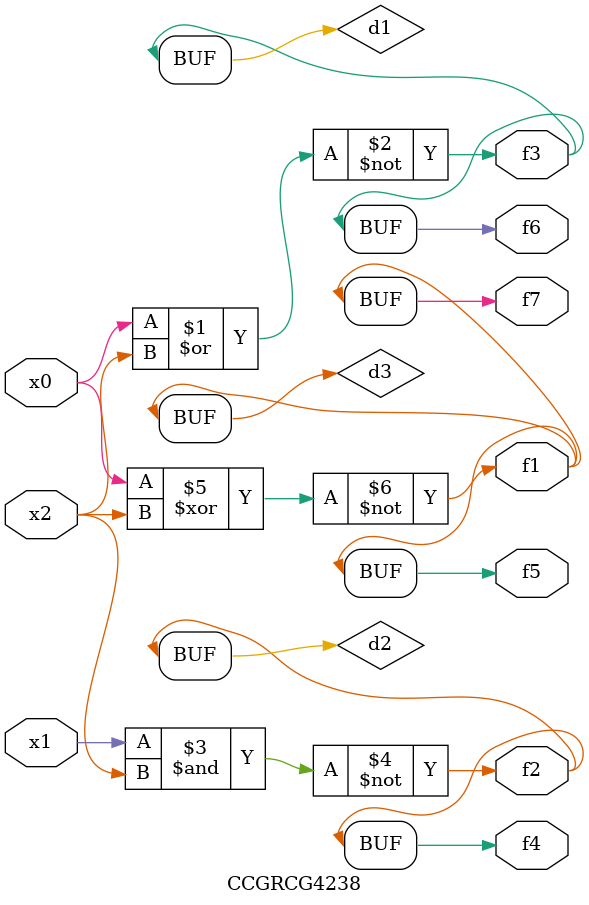
<source format=v>
module CCGRCG4238(
	input x0, x1, x2,
	output f1, f2, f3, f4, f5, f6, f7
);

	wire d1, d2, d3;

	nor (d1, x0, x2);
	nand (d2, x1, x2);
	xnor (d3, x0, x2);
	assign f1 = d3;
	assign f2 = d2;
	assign f3 = d1;
	assign f4 = d2;
	assign f5 = d3;
	assign f6 = d1;
	assign f7 = d3;
endmodule

</source>
